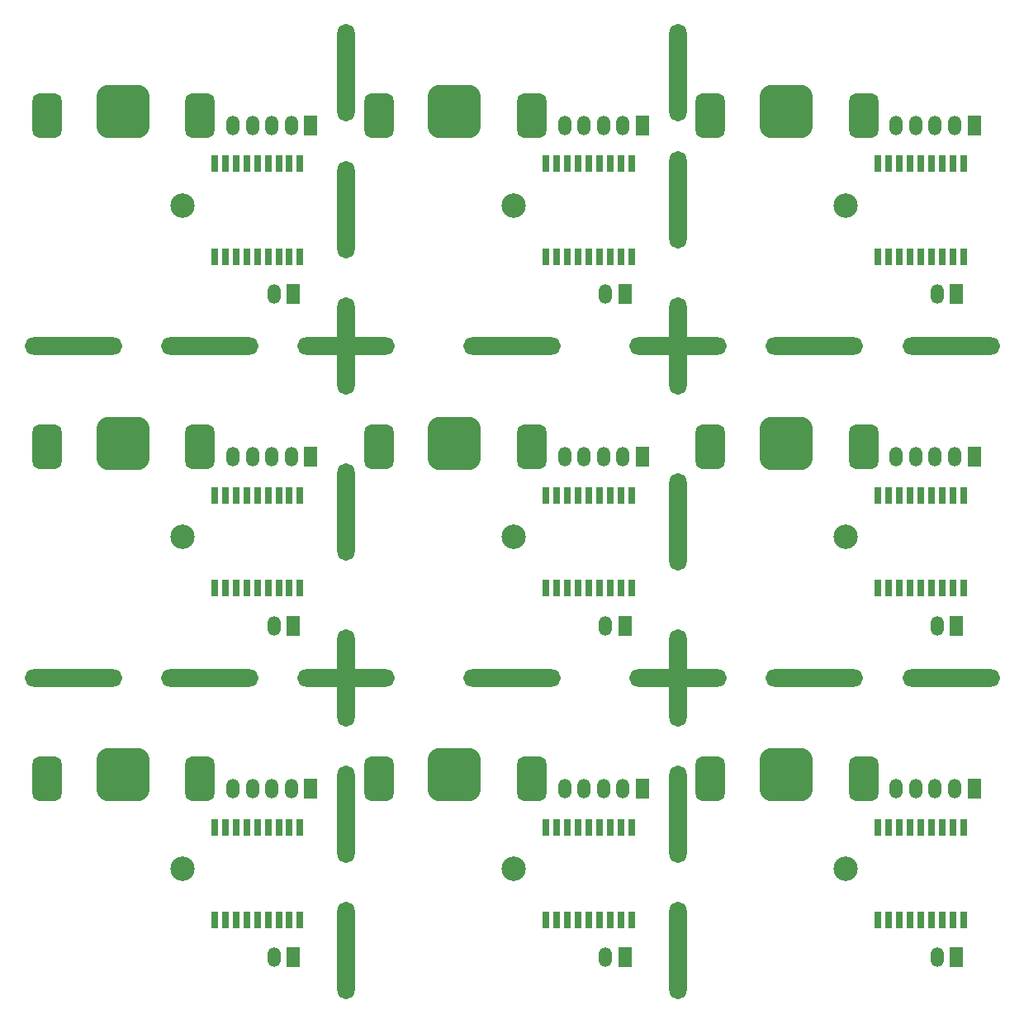
<source format=gbr>
%TF.GenerationSoftware,KiCad,Pcbnew,(6.0.4)*%
%TF.CreationDate,2022-12-29T00:07:26+09:00*%
%TF.ProjectId,gps-ublox-m10s,6770732d-7562-46c6-9f78-2d6d3130732e,rev?*%
%TF.SameCoordinates,Original*%
%TF.FileFunction,Soldermask,Top*%
%TF.FilePolarity,Negative*%
%FSLAX46Y46*%
G04 Gerber Fmt 4.6, Leading zero omitted, Abs format (unit mm)*
G04 Created by KiCad (PCBNEW (6.0.4)) date 2022-12-29 00:07:26*
%MOMM*%
%LPD*%
G01*
G04 APERTURE LIST*
G04 Aperture macros list*
%AMRoundRect*
0 Rectangle with rounded corners*
0 $1 Rounding radius*
0 $2 $3 $4 $5 $6 $7 $8 $9 X,Y pos of 4 corners*
0 Add a 4 corners polygon primitive as box body*
4,1,4,$2,$3,$4,$5,$6,$7,$8,$9,$2,$3,0*
0 Add four circle primitives for the rounded corners*
1,1,$1+$1,$2,$3*
1,1,$1+$1,$4,$5*
1,1,$1+$1,$6,$7*
1,1,$1+$1,$8,$9*
0 Add four rect primitives between the rounded corners*
20,1,$1+$1,$2,$3,$4,$5,0*
20,1,$1+$1,$4,$5,$6,$7,0*
20,1,$1+$1,$6,$7,$8,$9,0*
20,1,$1+$1,$8,$9,$2,$3,0*%
G04 Aperture macros list end*
%ADD10O,1.800000X10.000000*%
%ADD11O,10.000000X1.800000*%
%ADD12R,1.350000X2.000000*%
%ADD13O,1.350000X2.000000*%
%ADD14C,2.500000*%
%ADD15RoundRect,1.375000X-1.375000X-1.375000X1.375000X-1.375000X1.375000X1.375000X-1.375000X1.375000X0*%
%ADD16RoundRect,0.750000X-0.750000X-1.550000X0.750000X-1.550000X0.750000X1.550000X-0.750000X1.550000X0*%
%ADD17R,0.700000X1.800000*%
%ADD18R,0.800000X1.800000*%
G04 APERTURE END LIST*
D10*
%TO.C,*%
X138000000Y-100000000D03*
%TD*%
%TO.C,*%
X172000000Y-101000000D03*
%TD*%
D11*
%TO.C,*%
X124000000Y-117000000D03*
%TD*%
%TO.C,*%
X124000000Y-83000000D03*
%TD*%
%TO.C,*%
X186000000Y-83000000D03*
%TD*%
D10*
%TO.C,*%
X172000000Y-68000000D03*
%TD*%
%TO.C,*%
X138000000Y-69000000D03*
%TD*%
%TO.C,*%
X138000000Y-131000000D03*
%TD*%
%TO.C,*%
X172000000Y-131000000D03*
%TD*%
D11*
%TO.C,*%
X186000000Y-117000000D03*
%TD*%
%TO.C,*%
X155000000Y-83000000D03*
%TD*%
%TO.C,*%
X155000000Y-117000000D03*
%TD*%
%TO.C,*%
X138000000Y-117000000D03*
%TD*%
%TO.C,*%
X172000000Y-117000000D03*
%TD*%
%TO.C,*%
X172000000Y-83000000D03*
%TD*%
%TO.C,*%
X138000000Y-83000000D03*
%TD*%
D10*
%TO.C,*%
X138000000Y-117000000D03*
%TD*%
%TO.C,*%
X172000000Y-117000000D03*
%TD*%
%TO.C,*%
X172000000Y-83000000D03*
%TD*%
%TO.C,*%
X138000000Y-83000000D03*
%TD*%
%TO.C,*%
X138000000Y-55000000D03*
%TD*%
%TO.C,*%
X172000000Y-55000000D03*
%TD*%
%TO.C,*%
X172000000Y-145000000D03*
%TD*%
%TO.C,*%
X138000000Y-145000000D03*
%TD*%
D11*
%TO.C,*%
X110000000Y-117000000D03*
%TD*%
%TO.C,*%
X110000000Y-83000000D03*
%TD*%
%TO.C,*%
X200000000Y-117000000D03*
%TD*%
%TO.C,*%
X200000000Y-83000000D03*
%TD*%
D12*
%TO.C,J18*%
X200575000Y-145659831D03*
D13*
X198575000Y-145659831D03*
%TD*%
D14*
%TO.C,ANT9*%
X189175000Y-136559831D03*
%TD*%
D15*
%TO.C,U9*%
X183075000Y-126940169D03*
D16*
X191025000Y-127340169D03*
X175325000Y-127340169D03*
%TD*%
D17*
%TO.C,IC9*%
X201275000Y-132309831D03*
D18*
X200175000Y-132309831D03*
X199075000Y-132309831D03*
X197975000Y-132309831D03*
X196875000Y-132309831D03*
X195775000Y-132309831D03*
X194675000Y-132309831D03*
X193575000Y-132309831D03*
D17*
X192475000Y-132309831D03*
X192475000Y-141809831D03*
D18*
X193575000Y-141809831D03*
X194675000Y-141809831D03*
X195775000Y-141809831D03*
X196875000Y-141809831D03*
X197975000Y-141809831D03*
X199075000Y-141809831D03*
X200175000Y-141809831D03*
D17*
X201275000Y-141809831D03*
%TD*%
D12*
%TO.C,J17*%
X202375000Y-128359831D03*
D13*
X200375000Y-128359831D03*
X198375000Y-128359831D03*
X196375000Y-128359831D03*
X194375000Y-128359831D03*
%TD*%
D12*
%TO.C,J16*%
X166575000Y-145659831D03*
D13*
X164575000Y-145659831D03*
%TD*%
D14*
%TO.C,ANT8*%
X155175000Y-136559831D03*
%TD*%
D15*
%TO.C,U8*%
X149075000Y-126940169D03*
D16*
X157025000Y-127340169D03*
X141325000Y-127340169D03*
%TD*%
D17*
%TO.C,IC8*%
X167275000Y-132309831D03*
D18*
X166175000Y-132309831D03*
X165075000Y-132309831D03*
X163975000Y-132309831D03*
X162875000Y-132309831D03*
X161775000Y-132309831D03*
X160675000Y-132309831D03*
X159575000Y-132309831D03*
D17*
X158475000Y-132309831D03*
X158475000Y-141809831D03*
D18*
X159575000Y-141809831D03*
X160675000Y-141809831D03*
X161775000Y-141809831D03*
X162875000Y-141809831D03*
X163975000Y-141809831D03*
X165075000Y-141809831D03*
X166175000Y-141809831D03*
D17*
X167275000Y-141809831D03*
%TD*%
D12*
%TO.C,J15*%
X168375000Y-128359831D03*
D13*
X166375000Y-128359831D03*
X164375000Y-128359831D03*
X162375000Y-128359831D03*
X160375000Y-128359831D03*
%TD*%
D12*
%TO.C,J14*%
X132575000Y-145659831D03*
D13*
X130575000Y-145659831D03*
%TD*%
D14*
%TO.C,ANT7*%
X121175000Y-136559831D03*
%TD*%
D15*
%TO.C,U7*%
X115075000Y-126940169D03*
D16*
X123025000Y-127340169D03*
X107325000Y-127340169D03*
%TD*%
D17*
%TO.C,IC7*%
X133275000Y-132309831D03*
D18*
X132175000Y-132309831D03*
X131075000Y-132309831D03*
X129975000Y-132309831D03*
X128875000Y-132309831D03*
X127775000Y-132309831D03*
X126675000Y-132309831D03*
X125575000Y-132309831D03*
D17*
X124475000Y-132309831D03*
X124475000Y-141809831D03*
D18*
X125575000Y-141809831D03*
X126675000Y-141809831D03*
X127775000Y-141809831D03*
X128875000Y-141809831D03*
X129975000Y-141809831D03*
X131075000Y-141809831D03*
X132175000Y-141809831D03*
D17*
X133275000Y-141809831D03*
%TD*%
D12*
%TO.C,J13*%
X134375000Y-128359831D03*
D13*
X132375000Y-128359831D03*
X130375000Y-128359831D03*
X128375000Y-128359831D03*
X126375000Y-128359831D03*
%TD*%
D12*
%TO.C,J12*%
X200575000Y-111659831D03*
D13*
X198575000Y-111659831D03*
%TD*%
D14*
%TO.C,ANT6*%
X189175000Y-102559831D03*
%TD*%
D15*
%TO.C,U6*%
X183075000Y-92940169D03*
D16*
X191025000Y-93340169D03*
X175325000Y-93340169D03*
%TD*%
D17*
%TO.C,IC6*%
X201275000Y-98309831D03*
D18*
X200175000Y-98309831D03*
X199075000Y-98309831D03*
X197975000Y-98309831D03*
X196875000Y-98309831D03*
X195775000Y-98309831D03*
X194675000Y-98309831D03*
X193575000Y-98309831D03*
D17*
X192475000Y-98309831D03*
X192475000Y-107809831D03*
D18*
X193575000Y-107809831D03*
X194675000Y-107809831D03*
X195775000Y-107809831D03*
X196875000Y-107809831D03*
X197975000Y-107809831D03*
X199075000Y-107809831D03*
X200175000Y-107809831D03*
D17*
X201275000Y-107809831D03*
%TD*%
D12*
%TO.C,J11*%
X202375000Y-94359831D03*
D13*
X200375000Y-94359831D03*
X198375000Y-94359831D03*
X196375000Y-94359831D03*
X194375000Y-94359831D03*
%TD*%
D12*
%TO.C,J10*%
X166575000Y-111659831D03*
D13*
X164575000Y-111659831D03*
%TD*%
D14*
%TO.C,ANT5*%
X155175000Y-102559831D03*
%TD*%
D15*
%TO.C,U5*%
X149075000Y-92940169D03*
D16*
X157025000Y-93340169D03*
X141325000Y-93340169D03*
%TD*%
D17*
%TO.C,IC5*%
X167275000Y-98309831D03*
D18*
X166175000Y-98309831D03*
X165075000Y-98309831D03*
X163975000Y-98309831D03*
X162875000Y-98309831D03*
X161775000Y-98309831D03*
X160675000Y-98309831D03*
X159575000Y-98309831D03*
D17*
X158475000Y-98309831D03*
X158475000Y-107809831D03*
D18*
X159575000Y-107809831D03*
X160675000Y-107809831D03*
X161775000Y-107809831D03*
X162875000Y-107809831D03*
X163975000Y-107809831D03*
X165075000Y-107809831D03*
X166175000Y-107809831D03*
D17*
X167275000Y-107809831D03*
%TD*%
D12*
%TO.C,J9*%
X168375000Y-94359831D03*
D13*
X166375000Y-94359831D03*
X164375000Y-94359831D03*
X162375000Y-94359831D03*
X160375000Y-94359831D03*
%TD*%
D12*
%TO.C,J8*%
X132575000Y-111659831D03*
D13*
X130575000Y-111659831D03*
%TD*%
D14*
%TO.C,ANT4*%
X121175000Y-102559831D03*
%TD*%
D15*
%TO.C,U4*%
X115075000Y-92940169D03*
D16*
X123025000Y-93340169D03*
X107325000Y-93340169D03*
%TD*%
D17*
%TO.C,IC4*%
X133275000Y-98309831D03*
D18*
X132175000Y-98309831D03*
X131075000Y-98309831D03*
X129975000Y-98309831D03*
X128875000Y-98309831D03*
X127775000Y-98309831D03*
X126675000Y-98309831D03*
X125575000Y-98309831D03*
D17*
X124475000Y-98309831D03*
X124475000Y-107809831D03*
D18*
X125575000Y-107809831D03*
X126675000Y-107809831D03*
X127775000Y-107809831D03*
X128875000Y-107809831D03*
X129975000Y-107809831D03*
X131075000Y-107809831D03*
X132175000Y-107809831D03*
D17*
X133275000Y-107809831D03*
%TD*%
D12*
%TO.C,J7*%
X134375000Y-94359831D03*
D13*
X132375000Y-94359831D03*
X130375000Y-94359831D03*
X128375000Y-94359831D03*
X126375000Y-94359831D03*
%TD*%
D12*
%TO.C,J6*%
X200575000Y-77659831D03*
D13*
X198575000Y-77659831D03*
%TD*%
D14*
%TO.C,ANT3*%
X189175000Y-68559831D03*
%TD*%
D15*
%TO.C,U3*%
X183075000Y-58940169D03*
D16*
X191025000Y-59340169D03*
X175325000Y-59340169D03*
%TD*%
D17*
%TO.C,IC3*%
X201275000Y-64309831D03*
D18*
X200175000Y-64309831D03*
X199075000Y-64309831D03*
X197975000Y-64309831D03*
X196875000Y-64309831D03*
X195775000Y-64309831D03*
X194675000Y-64309831D03*
X193575000Y-64309831D03*
D17*
X192475000Y-64309831D03*
X192475000Y-73809831D03*
D18*
X193575000Y-73809831D03*
X194675000Y-73809831D03*
X195775000Y-73809831D03*
X196875000Y-73809831D03*
X197975000Y-73809831D03*
X199075000Y-73809831D03*
X200175000Y-73809831D03*
D17*
X201275000Y-73809831D03*
%TD*%
D12*
%TO.C,J5*%
X202375000Y-60359831D03*
D13*
X200375000Y-60359831D03*
X198375000Y-60359831D03*
X196375000Y-60359831D03*
X194375000Y-60359831D03*
%TD*%
D12*
%TO.C,J4*%
X166575000Y-77659831D03*
D13*
X164575000Y-77659831D03*
%TD*%
D14*
%TO.C,ANT2*%
X155175000Y-68559831D03*
%TD*%
D15*
%TO.C,U2*%
X149075000Y-58940169D03*
D16*
X157025000Y-59340169D03*
X141325000Y-59340169D03*
%TD*%
D17*
%TO.C,IC2*%
X167275000Y-64309831D03*
D18*
X166175000Y-64309831D03*
X165075000Y-64309831D03*
X163975000Y-64309831D03*
X162875000Y-64309831D03*
X161775000Y-64309831D03*
X160675000Y-64309831D03*
X159575000Y-64309831D03*
D17*
X158475000Y-64309831D03*
X158475000Y-73809831D03*
D18*
X159575000Y-73809831D03*
X160675000Y-73809831D03*
X161775000Y-73809831D03*
X162875000Y-73809831D03*
X163975000Y-73809831D03*
X165075000Y-73809831D03*
X166175000Y-73809831D03*
D17*
X167275000Y-73809831D03*
%TD*%
D12*
%TO.C,J3*%
X168375000Y-60359831D03*
D13*
X166375000Y-60359831D03*
X164375000Y-60359831D03*
X162375000Y-60359831D03*
X160375000Y-60359831D03*
%TD*%
D12*
%TO.C,J2*%
X132575000Y-77659831D03*
D13*
X130575000Y-77659831D03*
%TD*%
D15*
%TO.C,U1*%
X115075000Y-58940169D03*
D16*
X123025000Y-59340169D03*
X107325000Y-59340169D03*
%TD*%
D12*
%TO.C,J1*%
X134375000Y-60359831D03*
D13*
X132375000Y-60359831D03*
X130375000Y-60359831D03*
X128375000Y-60359831D03*
X126375000Y-60359831D03*
%TD*%
D17*
%TO.C,IC1*%
X133275000Y-64309831D03*
D18*
X132175000Y-64309831D03*
X131075000Y-64309831D03*
X129975000Y-64309831D03*
X128875000Y-64309831D03*
X127775000Y-64309831D03*
X126675000Y-64309831D03*
X125575000Y-64309831D03*
D17*
X124475000Y-64309831D03*
X124475000Y-73809831D03*
D18*
X125575000Y-73809831D03*
X126675000Y-73809831D03*
X127775000Y-73809831D03*
X128875000Y-73809831D03*
X129975000Y-73809831D03*
X131075000Y-73809831D03*
X132175000Y-73809831D03*
D17*
X133275000Y-73809831D03*
%TD*%
D14*
%TO.C,ANT1*%
X121175000Y-68559831D03*
%TD*%
M02*

</source>
